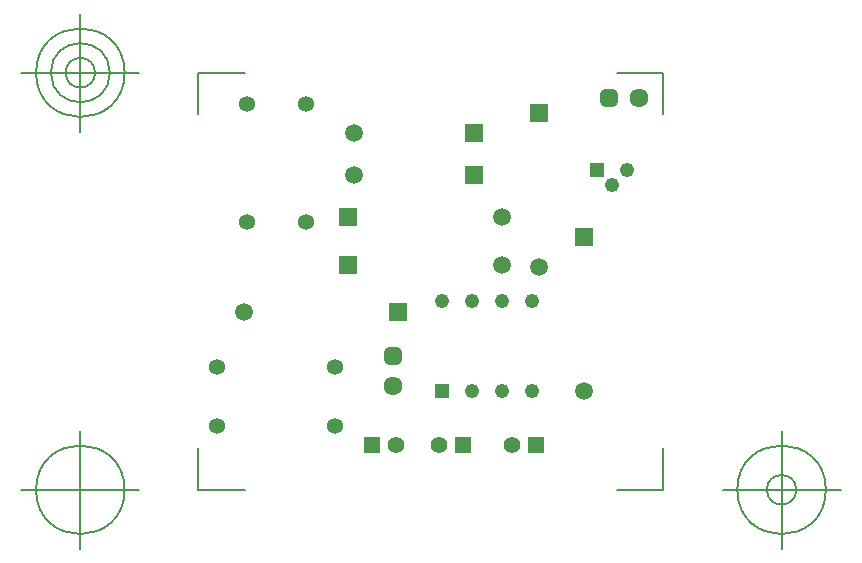
<source format=gbr>
G04 Generated by Ultiboard 14.1 *
%FSLAX33Y33*%
%MOMM*%

%ADD10C,0.001*%
%ADD11C,0.127*%
%ADD12C,1.356*%
%ADD13R,0.529X0.529*%
%ADD14C,0.995*%
%ADD15C,1.609*%
%ADD16C,1.400*%
%ADD17R,1.400X1.400*%
%ADD18C,1.500*%
%ADD19R,1.500X1.500*%
%ADD20C,1.245*%
%ADD21R,1.245X1.245*%


G04 ColorRGB 00FF00 for the following layer *
%LNCopper Top*%
%LPD*%
G54D10*
G54D11*
X31496Y37846D02*
X31496Y41377D01*
X31496Y37846D02*
X35433Y37846D01*
X70867Y37846D02*
X66930Y37846D01*
X70867Y37846D02*
X70867Y41377D01*
X70867Y73158D02*
X70867Y69627D01*
X70867Y73158D02*
X66930Y73158D01*
X31496Y73158D02*
X35433Y73158D01*
X31496Y73158D02*
X31496Y69627D01*
X26496Y37846D02*
X16496Y37846D01*
X21496Y32846D02*
X21496Y42846D01*
X17746Y37846D02*
G75*
D01*
G02X17746Y37846I3750J0*
G01*
X75867Y37846D02*
X85867Y37846D01*
X80867Y32846D02*
X80867Y42846D01*
X77117Y37846D02*
G75*
D01*
G02X77117Y37846I3750J0*
G01*
X79617Y37846D02*
G75*
D01*
G02X79617Y37846I1250J0*
G01*
X26496Y73158D02*
X16496Y73158D01*
X21496Y68158D02*
X21496Y78158D01*
X17746Y73158D02*
G75*
D01*
G02X17746Y73158I3750J0*
G01*
X18996Y73158D02*
G75*
D01*
G02X18996Y73158I2500J0*
G01*
X20246Y73158D02*
G75*
D01*
G02X20246Y73158I1250J0*
G01*
G54D12*
X33100Y48220D03*
X33100Y43220D03*
X43100Y48220D03*
X43100Y43220D03*
X35600Y60532D03*
X40600Y60532D03*
X35600Y70532D03*
X40600Y70532D03*
G54D13*
X66279Y71019D03*
X47975Y49179D03*
G54D14*
X66015Y70755D02*
X66543Y70755D01*
X66543Y71283D01*
X66015Y71283D01*
X66015Y70755D01*D02*
X47711Y48915D02*
X48239Y48915D01*
X48239Y49443D01*
X47711Y49443D01*
X47711Y48915D01*D02*
G54D15*
X68819Y71019D03*
X47975Y46639D03*
G54D16*
X48228Y41656D03*
X51864Y41650D03*
X58083Y41650D03*
G54D17*
X46228Y41656D03*
X53864Y41650D03*
X60083Y41650D03*
G54D18*
X57196Y60960D03*
X57196Y56896D03*
X35368Y52907D03*
X64111Y46246D03*
X60292Y56727D03*
X44704Y68072D03*
X44704Y64516D03*
G54D19*
X44196Y60960D03*
X44196Y56896D03*
X48368Y52907D03*
X64111Y59246D03*
X60292Y69727D03*
X54864Y68072D03*
X54864Y64516D03*
G54D20*
X52114Y53810D03*
X54654Y46190D03*
X59734Y46190D03*
X57194Y46190D03*
X59734Y53810D03*
X54654Y53810D03*
X57194Y53810D03*
X67766Y64936D03*
X66496Y63666D03*
G54D21*
X52114Y46190D03*
X65226Y64936D03*

M02*

</source>
